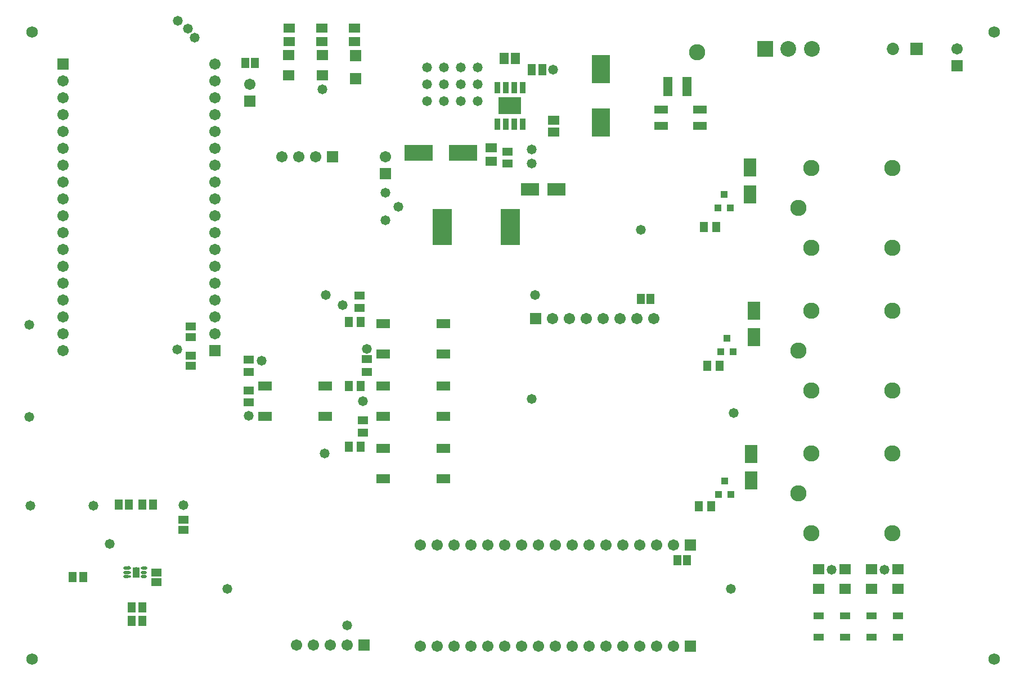
<source format=gts>
G04*
G04 #@! TF.GenerationSoftware,Altium Limited,Altium Designer,19.1.8 (144)*
G04*
G04 Layer_Color=8388736*
%FSTAX44Y44*%
%MOMM*%
G71*
G01*
G75*
G04:AMPARAMS|DCode=20|XSize=0.45mm|YSize=0.3mm|CornerRadius=0.0495mm|HoleSize=0mm|Usage=FLASHONLY|Rotation=0.000|XOffset=0mm|YOffset=0mm|HoleType=Round|Shape=RoundedRectangle|*
%AMROUNDEDRECTD20*
21,1,0.4500,0.2010,0,0,0.0*
21,1,0.3510,0.3000,0,0,0.0*
1,1,0.0990,0.1755,-0.1005*
1,1,0.0990,-0.1755,-0.1005*
1,1,0.0990,-0.1755,0.1005*
1,1,0.0990,0.1755,0.1005*
%
%ADD20ROUNDEDRECTD20*%
%ADD22R,1.5000X1.0000*%
%ADD34R,2.1000X1.4000*%
G04:AMPARAMS|DCode=47|XSize=1mm|YSize=1.6mm|CornerRadius=0.05mm|HoleSize=0mm|Usage=FLASHONLY|Rotation=0.000|XOffset=0mm|YOffset=0mm|HoleType=Round|Shape=RoundedRectangle|*
%AMROUNDEDRECTD47*
21,1,1.0000,1.5000,0,0,0.0*
21,1,0.9000,1.6000,0,0,0.0*
1,1,0.1000,0.4500,-0.7500*
1,1,0.1000,-0.4500,-0.7500*
1,1,0.1000,-0.4500,0.7500*
1,1,0.1000,0.4500,0.7500*
%
%ADD47ROUNDEDRECTD47*%
%ADD48R,1.7032X1.6032*%
%ADD49R,1.4032X2.9032*%
%ADD50R,4.2032X2.3532*%
%ADD51R,1.3032X1.5532*%
%ADD52R,2.1282X1.1532*%
%ADD53R,1.5532X1.1532*%
%ADD54R,1.2232X1.6732*%
%ADD55R,3.5032X2.6132*%
%ADD56R,0.8532X1.7282*%
%ADD57R,1.0032X1.1032*%
%ADD58R,1.6532X1.4032*%
%ADD59R,1.7032X1.7032*%
%ADD60R,1.4032X1.6532*%
%ADD61R,1.1532X1.5532*%
%ADD62R,1.5532X1.2032*%
%ADD63R,1.2032X1.5532*%
%ADD64R,1.6032X1.1532*%
%ADD65R,1.1532X1.6032*%
%ADD66R,3.0032X5.5032*%
%ADD67R,1.9032X2.7032*%
%ADD68R,2.7032X1.9032*%
%ADD69R,2.7032X4.2032*%
%ADD70R,1.6532X1.3532*%
%ADD71R,1.5532X1.3032*%
%ADD72C,0.5032*%
%ADD73R,1.8532X1.8532*%
%ADD74C,1.8532*%
%ADD75C,2.3782*%
%ADD76R,2.3782X2.3782*%
%ADD77C,1.7032*%
%ADD78R,1.7032X1.7032*%
%ADD79C,2.4532*%
%ADD80C,1.7272*%
%ADD81C,0.5000*%
%ADD82C,1.4732*%
D20*
X0018751Y0017274D02*
D03*
Y0016624D02*
D03*
Y0015974D02*
D03*
X0020701D02*
D03*
Y0016624D02*
D03*
Y0017274D02*
D03*
D22*
X01343914Y00068836D02*
D03*
Y00100836D02*
D03*
X01264158Y00068836D02*
D03*
Y00100836D02*
D03*
X01304036Y00068836D02*
D03*
Y00100836D02*
D03*
X0122428Y00068836D02*
D03*
Y00100836D02*
D03*
D34*
X0039138Y0044668D02*
D03*
X0048238D02*
D03*
X0039138Y0040168D02*
D03*
X0048238D02*
D03*
X0066018Y003077D02*
D03*
X0056918D02*
D03*
X0066018Y003527D02*
D03*
X0056918D02*
D03*
X0066018Y0040168D02*
D03*
X0056918D02*
D03*
X0066018Y0044668D02*
D03*
X0056918D02*
D03*
X0066018Y0049566D02*
D03*
X0056918D02*
D03*
X0066018Y0054066D02*
D03*
X0056918D02*
D03*
D47*
X0019726Y0016624D02*
D03*
D48*
X01343914Y00140956D02*
D03*
Y00170956D02*
D03*
X0122428D02*
D03*
Y00140956D02*
D03*
X01304036Y00170956D02*
D03*
Y00140956D02*
D03*
X01264158Y00170956D02*
D03*
Y00140956D02*
D03*
X0047752Y00945328D02*
D03*
Y00915328D02*
D03*
X0042672D02*
D03*
Y00945328D02*
D03*
D49*
X0102669Y00898652D02*
D03*
X0099769D02*
D03*
D50*
X00622942Y00797932D02*
D03*
X00689942D02*
D03*
D51*
X0036192Y0093347D02*
D03*
X0037592D02*
D03*
X00957184Y00578612D02*
D03*
X00971184D02*
D03*
X01012556Y00184404D02*
D03*
X01026556D02*
D03*
D52*
X01046136Y0086315D02*
D03*
Y0083865D02*
D03*
X00987896D02*
D03*
Y0086315D02*
D03*
D53*
X00268986Y00229994D02*
D03*
Y00245494D02*
D03*
X002794Y0052083D02*
D03*
Y0053633D02*
D03*
Y0049302D02*
D03*
Y0047752D02*
D03*
D54*
X00793242Y00923354D02*
D03*
X00809242D02*
D03*
D55*
X00760102Y00869052D02*
D03*
D56*
X00779152Y00841932D02*
D03*
X00766452D02*
D03*
X00753752D02*
D03*
X00741052D02*
D03*
Y00896172D02*
D03*
X00753752D02*
D03*
X00766452D02*
D03*
X00779152D02*
D03*
D57*
X01083056Y00303624D02*
D03*
X01092556Y00283624D02*
D03*
X01073556D02*
D03*
X01086612Y00518922D02*
D03*
X01096112Y00498922D02*
D03*
X01077112D02*
D03*
X01082294Y00735584D02*
D03*
X01091794Y00715584D02*
D03*
X01072794D02*
D03*
D58*
X00428248Y00986028D02*
D03*
Y00966028D02*
D03*
X0047712Y00986028D02*
D03*
Y00966028D02*
D03*
X00525993D02*
D03*
Y00986028D02*
D03*
X00731774Y00805942D02*
D03*
Y00785942D02*
D03*
D59*
X00527727Y00944828D02*
D03*
Y00909828D02*
D03*
X0031623Y0050038D02*
D03*
X0008763Y0093218D02*
D03*
X003683Y008763D02*
D03*
X0143256Y00929894D02*
D03*
X00572516Y00767334D02*
D03*
D60*
X00768602Y00940172D02*
D03*
X00751602D02*
D03*
D61*
X00206632Y0011303D02*
D03*
X00191132D02*
D03*
X00117732Y00159258D02*
D03*
X00102232D02*
D03*
X00207258Y0026797D02*
D03*
X00222758D02*
D03*
X00187074D02*
D03*
X00171574D02*
D03*
X00191132Y00092964D02*
D03*
X00206632D02*
D03*
D62*
X0036703Y00440546D02*
D03*
Y00422546D02*
D03*
X00756158Y0078221D02*
D03*
Y0080021D02*
D03*
D63*
X005354Y003556D02*
D03*
X005174D02*
D03*
X005354Y0044704D02*
D03*
X005174D02*
D03*
X005354Y0054356D02*
D03*
X005174D02*
D03*
D64*
X0036703Y00467766D02*
D03*
Y00486766D02*
D03*
X0053848Y0039558D02*
D03*
Y0037658D02*
D03*
X00545084Y00487274D02*
D03*
Y00468274D02*
D03*
X005334Y0058354D02*
D03*
Y0056454D02*
D03*
D65*
X0106294Y0026543D02*
D03*
X0104394D02*
D03*
X01075792Y00477774D02*
D03*
X01056792D02*
D03*
X01070864Y00686562D02*
D03*
X01051864D02*
D03*
D66*
X00658502Y00686172D02*
D03*
X00760502D02*
D03*
D67*
X0112268Y003048D02*
D03*
Y003448D02*
D03*
X01126998Y00520258D02*
D03*
Y00560258D02*
D03*
X01121156Y00736092D02*
D03*
Y00776092D02*
D03*
D68*
X00830072Y0074295D02*
D03*
X00790072D02*
D03*
D69*
X00897262Y00844292D02*
D03*
Y00924292D02*
D03*
D70*
X00826142Y00829572D02*
D03*
Y00847572D02*
D03*
D71*
X00228092Y00165638D02*
D03*
Y00151638D02*
D03*
D72*
X00186378Y0017274D02*
X00186944Y00173306D01*
X00180848Y0016624D02*
X00186359D01*
X0020729Y0015974D02*
X00211582D01*
X00180848Y0017274D02*
X00186378D01*
X00207557D02*
X00211847D01*
X00180848Y0015974D02*
X00185138D01*
X0020701Y0016624D02*
X002113D01*
D73*
X013716Y0095504D02*
D03*
D74*
X013366D02*
D03*
D75*
X0121412D02*
D03*
X0117912D02*
D03*
D76*
X0114412D02*
D03*
D77*
X01006094Y00207772D02*
D03*
X00980694D02*
D03*
X00955294D02*
D03*
X00929894D02*
D03*
X00904494D02*
D03*
X00879094D02*
D03*
X00853694D02*
D03*
X00828294D02*
D03*
X00802894D02*
D03*
X00777494D02*
D03*
X00752094D02*
D03*
X00726694D02*
D03*
X00701294D02*
D03*
X00675894D02*
D03*
X00650494D02*
D03*
X00625094D02*
D03*
X00823976Y00548386D02*
D03*
X00849376D02*
D03*
X00874776D02*
D03*
X00900176D02*
D03*
X00925576D02*
D03*
X00950976D02*
D03*
X00976376D02*
D03*
X0031623Y0052578D02*
D03*
Y0055118D02*
D03*
Y0057658D02*
D03*
Y0060198D02*
D03*
Y0062738D02*
D03*
Y0065278D02*
D03*
Y0067818D02*
D03*
Y0070358D02*
D03*
Y0072898D02*
D03*
Y0075438D02*
D03*
Y0077978D02*
D03*
Y0080518D02*
D03*
Y0083058D02*
D03*
Y0085598D02*
D03*
Y0088138D02*
D03*
Y0090678D02*
D03*
Y0093218D02*
D03*
X0008763Y0090678D02*
D03*
Y0088138D02*
D03*
Y0085598D02*
D03*
Y0083058D02*
D03*
Y0080518D02*
D03*
Y0077978D02*
D03*
Y0075438D02*
D03*
Y0072898D02*
D03*
Y0070358D02*
D03*
Y0067818D02*
D03*
Y0065278D02*
D03*
Y0062738D02*
D03*
Y0060198D02*
D03*
Y0057658D02*
D03*
Y0055118D02*
D03*
Y0052578D02*
D03*
Y0050038D02*
D03*
X0041656Y0079248D02*
D03*
X0044196D02*
D03*
X0046736D02*
D03*
X00438912Y00056388D02*
D03*
X00464312D02*
D03*
X00489712D02*
D03*
X00515112D02*
D03*
X003683Y009017D02*
D03*
X0143256Y00955294D02*
D03*
X00572516Y00792734D02*
D03*
X0100584Y00055372D02*
D03*
X0098044D02*
D03*
X0095504D02*
D03*
X0092964D02*
D03*
X0090424D02*
D03*
X0087884D02*
D03*
X0085344D02*
D03*
X0082804D02*
D03*
X0080264D02*
D03*
X0077724D02*
D03*
X0075184D02*
D03*
X0072644D02*
D03*
X0070104D02*
D03*
X0067564D02*
D03*
X0065024D02*
D03*
X0062484D02*
D03*
D78*
X01031494Y00207772D02*
D03*
X00798576Y00548386D02*
D03*
X0049276Y0079248D02*
D03*
X00540512Y00056388D02*
D03*
X0103124Y00055372D02*
D03*
D79*
X011938Y0071532D02*
D03*
X012138Y0065532D02*
D03*
X013358D02*
D03*
Y0077532D02*
D03*
X012138D02*
D03*
X011938Y0028544D02*
D03*
X012138Y0022544D02*
D03*
X013358D02*
D03*
Y0034544D02*
D03*
X012138D02*
D03*
X011938Y0050038D02*
D03*
X012138Y0044038D02*
D03*
X013358D02*
D03*
Y0056038D02*
D03*
X012138D02*
D03*
X010414Y0094996D02*
D03*
D80*
X0004064Y0098044D02*
D03*
Y0003556D02*
D03*
X0148844D02*
D03*
Y0098044D02*
D03*
D81*
X0019726Y0017174D02*
D03*
Y0016074D02*
D03*
D82*
X00515112Y00085979D02*
D03*
X00824738Y00923544D02*
D03*
X00957326Y00682244D02*
D03*
X01244092Y00169926D02*
D03*
X01324102D02*
D03*
X00275336Y00985266D02*
D03*
X01092454Y0014097D02*
D03*
X00592328Y00717296D02*
D03*
X00573024Y00696722D02*
D03*
Y0073787D02*
D03*
X0003683Y00400558D02*
D03*
X00366776Y00402082D02*
D03*
X00508Y0056896D02*
D03*
X01096518Y004064D02*
D03*
X00792734Y00782066D02*
D03*
Y00803402D02*
D03*
X004826Y005842D02*
D03*
X0047752Y0089408D02*
D03*
X0079248Y00427355D02*
D03*
X00545084Y00503174D02*
D03*
X0003683Y00538988D02*
D03*
X0025908Y00501904D02*
D03*
X00334518Y0014097D02*
D03*
X00481584Y00345186D02*
D03*
X00268986Y00267208D02*
D03*
X00158242Y00209296D02*
D03*
X000381Y002667D02*
D03*
X0013335D02*
D03*
X0026035Y0099695D02*
D03*
X0028575Y0097155D02*
D03*
X00635Y008763D02*
D03*
X006604D02*
D03*
X006858D02*
D03*
X007112D02*
D03*
Y009017D02*
D03*
X006858D02*
D03*
X006604D02*
D03*
X00635D02*
D03*
Y009271D02*
D03*
X006604D02*
D03*
X006858D02*
D03*
X007112D02*
D03*
X00386334Y00485394D02*
D03*
X0079756Y005842D02*
D03*
X0053848Y00424434D02*
D03*
M02*

</source>
